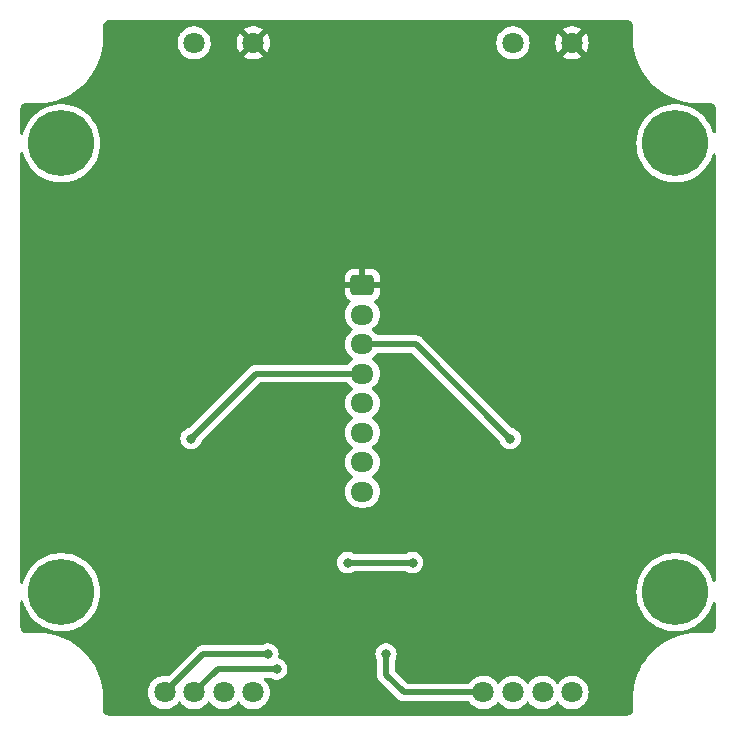
<source format=gbr>
%TF.GenerationSoftware,KiCad,Pcbnew,7.0.2-0*%
%TF.CreationDate,2024-10-30T20:33:57-04:00*%
%TF.ProjectId,2sliders,32736c69-6465-4727-932e-6b696361645f,rev?*%
%TF.SameCoordinates,Original*%
%TF.FileFunction,Copper,L1,Top*%
%TF.FilePolarity,Positive*%
%FSLAX46Y46*%
G04 Gerber Fmt 4.6, Leading zero omitted, Abs format (unit mm)*
G04 Created by KiCad (PCBNEW 7.0.2-0) date 2024-10-30 20:33:57*
%MOMM*%
%LPD*%
G01*
G04 APERTURE LIST*
G04 Aperture macros list*
%AMRoundRect*
0 Rectangle with rounded corners*
0 $1 Rounding radius*
0 $2 $3 $4 $5 $6 $7 $8 $9 X,Y pos of 4 corners*
0 Add a 4 corners polygon primitive as box body*
4,1,4,$2,$3,$4,$5,$6,$7,$8,$9,$2,$3,0*
0 Add four circle primitives for the rounded corners*
1,1,$1+$1,$2,$3*
1,1,$1+$1,$4,$5*
1,1,$1+$1,$6,$7*
1,1,$1+$1,$8,$9*
0 Add four rect primitives between the rounded corners*
20,1,$1+$1,$2,$3,$4,$5,0*
20,1,$1+$1,$4,$5,$6,$7,0*
20,1,$1+$1,$6,$7,$8,$9,0*
20,1,$1+$1,$8,$9,$2,$3,0*%
G04 Aperture macros list end*
%TA.AperFunction,ComponentPad*%
%ADD10C,5.600000*%
%TD*%
%TA.AperFunction,ComponentPad*%
%ADD11C,1.800000*%
%TD*%
%TA.AperFunction,ComponentPad*%
%ADD12RoundRect,0.250000X-0.725000X0.600000X-0.725000X-0.600000X0.725000X-0.600000X0.725000X0.600000X0*%
%TD*%
%TA.AperFunction,ComponentPad*%
%ADD13O,1.950000X1.700000*%
%TD*%
%TA.AperFunction,ViaPad*%
%ADD14C,0.800000*%
%TD*%
%TA.AperFunction,Conductor*%
%ADD15C,0.500000*%
%TD*%
G04 APERTURE END LIST*
D10*
%TO.P,H4,1*%
%TO.N,N/C*%
X56500000Y11500000D03*
%TD*%
%TO.P,H2,1*%
%TO.N,N/C*%
X4500000Y11500000D03*
%TD*%
D11*
%TO.P,R1,1,1*%
%TO.N,AREF*%
X42750000Y3000000D03*
%TO.P,R1,2,2*%
%TO.N,TRIGGER 1*%
X40250000Y3000000D03*
%TO.P,R1,3,3*%
%TO.N,GND*%
X42750000Y58000000D03*
%TO.P,R1,B,B*%
%TO.N,+5V*%
X47750000Y58000000D03*
%TO.P,R1,E,E*%
%TO.N,Net-(U1-OUTR)*%
X47750000Y3000000D03*
%TO.P,R1,L*%
%TO.N,N/C*%
X45250000Y3000000D03*
%TD*%
D10*
%TO.P,H3,1*%
%TO.N,N/C*%
X56500000Y49500000D03*
%TD*%
D11*
%TO.P,R2,1,1*%
%TO.N,AREF*%
X15750000Y3000000D03*
%TO.P,R2,2,2*%
%TO.N,TRIGGER 2*%
X13250000Y3000000D03*
%TO.P,R2,3,3*%
%TO.N,GND*%
X15750000Y58000000D03*
%TO.P,R2,B,B*%
%TO.N,+5V*%
X20750000Y58000000D03*
%TO.P,R2,E,E*%
%TO.N,Net-(U2-OUTR)*%
X20750000Y3000000D03*
%TO.P,R2,L*%
%TO.N,N/C*%
X18250000Y3000000D03*
%TD*%
D10*
%TO.P,H1,1*%
%TO.N,N/C*%
X4500000Y49500000D03*
%TD*%
D12*
%TO.P,J2,1,Pin_1*%
%TO.N,+5V*%
X30000000Y37500000D03*
D13*
%TO.P,J2,2,Pin_2*%
%TO.N,GND*%
X30000000Y35000000D03*
%TO.P,J2,3,Pin_3*%
%TO.N,DIN*%
X30000000Y32500000D03*
%TO.P,J2,4,Pin_4*%
%TO.N,DOUT*%
X30000000Y30000000D03*
%TO.P,J2,5,Pin_5*%
%TO.N,AREF*%
X30000000Y27500000D03*
%TO.P,J2,6,Pin_6*%
%TO.N,TRIGGER 1*%
X30000000Y25000000D03*
%TO.P,J2,7,Pin_7*%
%TO.N,TRIGGER 2*%
X30000000Y22500000D03*
%TO.P,J2,8,Pin_8*%
%TO.N,unconnected-(J2-Pin_8-Pad8)*%
X30000000Y20000000D03*
%TD*%
D14*
%TO.N,+5V*%
X46000000Y24500000D03*
X19000000Y24500000D03*
%TO.N,DIN*%
X42500000Y24500000D03*
%TO.N,DOUT*%
X15500000Y24500000D03*
%TO.N,AREF*%
X22750000Y5000000D03*
%TO.N,TRIGGER 1*%
X32000000Y6250000D03*
%TO.N,TRIGGER 2*%
X22000000Y6250000D03*
%TO.N,Net-(U1-DO)*%
X28750000Y14000000D03*
X34250000Y14000000D03*
%TD*%
D15*
%TO.N,DIN*%
X30000000Y32500000D02*
X34500000Y32500000D01*
X34500000Y32500000D02*
X42500000Y24500000D01*
%TO.N,DOUT*%
X30000000Y30000000D02*
X21000000Y30000000D01*
X21000000Y30000000D02*
X15500000Y24500000D01*
%TO.N,AREF*%
X22750000Y5000000D02*
X17750000Y5000000D01*
X17750000Y5000000D02*
X15750000Y3000000D01*
%TO.N,TRIGGER 1*%
X32000000Y6250000D02*
X32000000Y4500000D01*
X33500000Y3000000D02*
X40250000Y3000000D01*
X32000000Y4500000D02*
X33500000Y3000000D01*
%TO.N,TRIGGER 2*%
X22000000Y6250000D02*
X16500000Y6250000D01*
X16500000Y6250000D02*
X13250000Y3000000D01*
%TO.N,Net-(U1-DO)*%
X34250000Y14000000D02*
X28750000Y14000000D01*
%TD*%
%TA.AperFunction,Conductor*%
%TO.N,+5V*%
G36*
X52488057Y59908439D02*
G01*
X52509076Y59905671D01*
X52574978Y59896995D01*
X52606243Y59888617D01*
X52679667Y59858204D01*
X52707701Y59842019D01*
X52770750Y59793640D01*
X52793640Y59770750D01*
X52842019Y59707701D01*
X52858204Y59679667D01*
X52888617Y59606243D01*
X52896995Y59574978D01*
X52908439Y59488061D01*
X52909500Y59471874D01*
X52909500Y58496408D01*
X52909500Y58480000D01*
X52909500Y58261134D01*
X52909690Y58258715D01*
X52909691Y58258699D01*
X52938941Y57887047D01*
X52943844Y57824753D01*
X52944226Y57822340D01*
X52944227Y57822333D01*
X53011939Y57394811D01*
X53011943Y57394789D01*
X53012320Y57392411D01*
X53012884Y57390060D01*
X53012886Y57390052D01*
X53078484Y57116818D01*
X53114506Y56966774D01*
X53115256Y56964463D01*
X53115258Y56964459D01*
X53249019Y56552785D01*
X53249025Y56552766D01*
X53249773Y56550467D01*
X53250698Y56548232D01*
X53250705Y56548215D01*
X53416350Y56148313D01*
X53416355Y56148301D01*
X53417285Y56146057D01*
X53418385Y56143897D01*
X53418392Y56143883D01*
X53614908Y55758198D01*
X53614917Y55758180D01*
X53616011Y55756035D01*
X53617269Y55753981D01*
X53617282Y55753959D01*
X53843442Y55384900D01*
X53843454Y55384881D01*
X53844725Y55382808D01*
X53846160Y55380831D01*
X53846168Y55380821D01*
X54100584Y55030647D01*
X54100596Y55030631D01*
X54102017Y55028676D01*
X54103586Y55026838D01*
X54103597Y55026825D01*
X54384712Y54697681D01*
X54384726Y54697665D01*
X54386300Y54695823D01*
X54388018Y54694104D01*
X54388031Y54694091D01*
X54694091Y54388031D01*
X54694104Y54388018D01*
X54695823Y54386300D01*
X54697665Y54384726D01*
X54697681Y54384712D01*
X55026825Y54103597D01*
X55026838Y54103586D01*
X55028676Y54102017D01*
X55030631Y54100596D01*
X55030647Y54100584D01*
X55380821Y53846168D01*
X55380831Y53846160D01*
X55382808Y53844725D01*
X55384881Y53843454D01*
X55384900Y53843442D01*
X55753959Y53617282D01*
X55753981Y53617269D01*
X55756035Y53616011D01*
X55758180Y53614917D01*
X55758198Y53614908D01*
X56143883Y53418392D01*
X56143897Y53418385D01*
X56146057Y53417285D01*
X56148301Y53416355D01*
X56148313Y53416350D01*
X56548215Y53250705D01*
X56548232Y53250698D01*
X56550467Y53249773D01*
X56552766Y53249025D01*
X56552785Y53249019D01*
X56964459Y53115258D01*
X56964463Y53115256D01*
X56966774Y53114506D01*
X56969133Y53113939D01*
X56969139Y53113938D01*
X57390052Y53012886D01*
X57390060Y53012884D01*
X57392411Y53012320D01*
X57394789Y53011943D01*
X57394811Y53011939D01*
X57822333Y52944227D01*
X57822340Y52944226D01*
X57824753Y52943844D01*
X57827175Y52943653D01*
X57827187Y52943652D01*
X58258699Y52909691D01*
X58258715Y52909690D01*
X58261134Y52909500D01*
X58469955Y52909500D01*
X59463592Y52909500D01*
X59471874Y52909500D01*
X59488057Y52908439D01*
X59509076Y52905671D01*
X59574978Y52896995D01*
X59606243Y52888617D01*
X59679667Y52858204D01*
X59707701Y52842019D01*
X59770750Y52793640D01*
X59793640Y52770750D01*
X59842019Y52707701D01*
X59858204Y52679667D01*
X59888617Y52606243D01*
X59896995Y52574978D01*
X59908439Y52488061D01*
X59909500Y52471874D01*
X59909500Y50467213D01*
X59889815Y50400174D01*
X59837011Y50354419D01*
X59767853Y50344475D01*
X59704297Y50373500D01*
X59666523Y50432278D01*
X59666020Y50434040D01*
X59632324Y50555403D01*
X59499853Y50887880D01*
X59332211Y51204085D01*
X59131365Y51500311D01*
X58899668Y51773086D01*
X58639837Y52019211D01*
X58354919Y52235800D01*
X58048253Y52420315D01*
X57723435Y52570591D01*
X57384274Y52684868D01*
X57034746Y52761805D01*
X56678948Y52800500D01*
X56321052Y52800500D01*
X55965254Y52761805D01*
X55615726Y52684868D01*
X55276565Y52570591D01*
X54951747Y52420315D01*
X54645081Y52235800D01*
X54360163Y52019211D01*
X54357732Y52016908D01*
X54102769Y51775395D01*
X54102763Y51775389D01*
X54100332Y51773086D01*
X53868635Y51500311D01*
X53667789Y51204085D01*
X53500147Y50887880D01*
X53367676Y50555403D01*
X53366773Y50552152D01*
X53366773Y50552151D01*
X53293980Y50289972D01*
X53271929Y50210552D01*
X53271387Y50207248D01*
X53271384Y50207233D01*
X53214573Y49860697D01*
X53214028Y49857371D01*
X53213846Y49854018D01*
X53213845Y49854007D01*
X53196108Y49526862D01*
X53194652Y49500000D01*
X53194834Y49496643D01*
X53213845Y49145992D01*
X53213846Y49145979D01*
X53214028Y49142629D01*
X53214572Y49139309D01*
X53214573Y49139302D01*
X53271384Y48792766D01*
X53271388Y48792747D01*
X53271929Y48789448D01*
X53272826Y48786214D01*
X53272828Y48786209D01*
X53343190Y48532786D01*
X53367676Y48444597D01*
X53368922Y48441468D01*
X53368924Y48441464D01*
X53498902Y48115243D01*
X53498906Y48115232D01*
X53500147Y48112120D01*
X53501717Y48109157D01*
X53501722Y48109148D01*
X53666212Y47798889D01*
X53667789Y47795915D01*
X53669671Y47793138D01*
X53669679Y47793126D01*
X53866748Y47502471D01*
X53866755Y47502461D01*
X53868635Y47499689D01*
X53870802Y47497137D01*
X53870808Y47497130D01*
X54098158Y47229472D01*
X54098169Y47229459D01*
X54100332Y47226914D01*
X54102754Y47224619D01*
X54102769Y47224604D01*
X54357732Y46983091D01*
X54357739Y46983084D01*
X54360163Y46980789D01*
X54362814Y46978773D01*
X54362822Y46978767D01*
X54642412Y46766228D01*
X54642423Y46766220D01*
X54645081Y46764200D01*
X54647945Y46762476D01*
X54647958Y46762468D01*
X54948864Y46581419D01*
X54948873Y46581414D01*
X54951747Y46579685D01*
X54954792Y46578275D01*
X54954802Y46578271D01*
X55273509Y46430822D01*
X55273522Y46430816D01*
X55276565Y46429409D01*
X55279749Y46428336D01*
X55279752Y46428335D01*
X55612542Y46316204D01*
X55612555Y46316200D01*
X55615726Y46315132D01*
X55618988Y46314413D01*
X55619006Y46314409D01*
X55961966Y46238918D01*
X55961979Y46238915D01*
X55965254Y46238195D01*
X55968598Y46237831D01*
X55968600Y46237831D01*
X56317713Y46199863D01*
X56317715Y46199862D01*
X56321052Y46199500D01*
X56324410Y46199500D01*
X56675590Y46199500D01*
X56678948Y46199500D01*
X57034746Y46238195D01*
X57038023Y46238916D01*
X57038033Y46238918D01*
X57380993Y46314409D01*
X57381006Y46314412D01*
X57384274Y46315132D01*
X57387448Y46316201D01*
X57387457Y46316204D01*
X57720247Y46428335D01*
X57723435Y46429409D01*
X57726483Y46430819D01*
X57726490Y46430822D01*
X58045197Y46578271D01*
X58045199Y46578272D01*
X58048253Y46579685D01*
X58051135Y46581419D01*
X58352041Y46762468D01*
X58352045Y46762471D01*
X58354919Y46764200D01*
X58639837Y46980789D01*
X58701252Y47038964D01*
X58897230Y47224604D01*
X58897235Y47224609D01*
X58899668Y47226914D01*
X59131365Y47499689D01*
X59332211Y47795915D01*
X59499853Y48112120D01*
X59632324Y48444597D01*
X59666020Y48565960D01*
X59702922Y48625289D01*
X59766042Y48655250D01*
X59835340Y48646329D01*
X59888814Y48601359D01*
X59909486Y48534618D01*
X59909500Y48532786D01*
X59909500Y12467213D01*
X59889815Y12400174D01*
X59837011Y12354419D01*
X59767853Y12344475D01*
X59704297Y12373500D01*
X59666523Y12432278D01*
X59666020Y12434040D01*
X59632324Y12555403D01*
X59499853Y12887880D01*
X59332211Y13204085D01*
X59131365Y13500311D01*
X58899668Y13773086D01*
X58639837Y14019211D01*
X58354919Y14235800D01*
X58048253Y14420315D01*
X57723435Y14570591D01*
X57384274Y14684868D01*
X57034746Y14761805D01*
X56678948Y14800500D01*
X56321052Y14800500D01*
X55965254Y14761805D01*
X55615726Y14684868D01*
X55276565Y14570591D01*
X54951747Y14420315D01*
X54645081Y14235800D01*
X54360163Y14019211D01*
X54357732Y14016908D01*
X54102769Y13775395D01*
X54102763Y13775389D01*
X54100332Y13773086D01*
X53868635Y13500311D01*
X53866748Y13497528D01*
X53675765Y13215848D01*
X53667789Y13204085D01*
X53500147Y12887880D01*
X53367676Y12555403D01*
X53366773Y12552152D01*
X53366773Y12552151D01*
X53293980Y12289972D01*
X53271929Y12210552D01*
X53271387Y12207248D01*
X53271384Y12207233D01*
X53214573Y11860697D01*
X53214028Y11857371D01*
X53213846Y11854018D01*
X53213845Y11854007D01*
X53196108Y11526862D01*
X53194652Y11500000D01*
X53194834Y11496643D01*
X53213845Y11145992D01*
X53213846Y11145979D01*
X53214028Y11142629D01*
X53214572Y11139309D01*
X53214573Y11139302D01*
X53271384Y10792766D01*
X53271388Y10792747D01*
X53271929Y10789448D01*
X53272826Y10786214D01*
X53272828Y10786209D01*
X53343190Y10532786D01*
X53367676Y10444597D01*
X53368922Y10441468D01*
X53368924Y10441464D01*
X53498902Y10115243D01*
X53498906Y10115232D01*
X53500147Y10112120D01*
X53501717Y10109157D01*
X53501722Y10109148D01*
X53666212Y9798889D01*
X53667789Y9795915D01*
X53669671Y9793138D01*
X53669679Y9793126D01*
X53866748Y9502471D01*
X53866755Y9502461D01*
X53868635Y9499689D01*
X53870802Y9497137D01*
X53870808Y9497130D01*
X54098158Y9229472D01*
X54098169Y9229459D01*
X54100332Y9226914D01*
X54102754Y9224619D01*
X54102769Y9224604D01*
X54357732Y8983091D01*
X54357739Y8983084D01*
X54360163Y8980789D01*
X54362814Y8978773D01*
X54362822Y8978767D01*
X54642412Y8766228D01*
X54642423Y8766220D01*
X54645081Y8764200D01*
X54647945Y8762476D01*
X54647958Y8762468D01*
X54948864Y8581419D01*
X54948873Y8581414D01*
X54951747Y8579685D01*
X54954792Y8578275D01*
X54954802Y8578271D01*
X55273509Y8430822D01*
X55273522Y8430816D01*
X55276565Y8429409D01*
X55279749Y8428336D01*
X55279752Y8428335D01*
X55612542Y8316204D01*
X55612555Y8316200D01*
X55615726Y8315132D01*
X55618988Y8314413D01*
X55619006Y8314409D01*
X55961966Y8238918D01*
X55961979Y8238915D01*
X55965254Y8238195D01*
X55968598Y8237831D01*
X55968600Y8237831D01*
X56317713Y8199863D01*
X56317715Y8199862D01*
X56321052Y8199500D01*
X56324410Y8199500D01*
X56675590Y8199500D01*
X56678948Y8199500D01*
X57034746Y8238195D01*
X57038023Y8238916D01*
X57038033Y8238918D01*
X57380993Y8314409D01*
X57381006Y8314412D01*
X57384274Y8315132D01*
X57387448Y8316201D01*
X57387457Y8316204D01*
X57635005Y8399613D01*
X57723435Y8429409D01*
X57726483Y8430819D01*
X57726490Y8430822D01*
X58045197Y8578271D01*
X58045199Y8578272D01*
X58048253Y8579685D01*
X58051135Y8581419D01*
X58352041Y8762468D01*
X58352045Y8762471D01*
X58354919Y8764200D01*
X58639837Y8980789D01*
X58701252Y9038964D01*
X58897230Y9224604D01*
X58897235Y9224609D01*
X58899668Y9226914D01*
X59131365Y9499689D01*
X59332211Y9795915D01*
X59499853Y10112120D01*
X59632324Y10444597D01*
X59666020Y10565960D01*
X59702922Y10625289D01*
X59766042Y10655250D01*
X59835340Y10646329D01*
X59888814Y10601359D01*
X59909486Y10534618D01*
X59909500Y10532786D01*
X59909500Y8488125D01*
X59908439Y8471938D01*
X59896995Y8385021D01*
X59888617Y8353756D01*
X59858204Y8280332D01*
X59842019Y8252298D01*
X59793640Y8189249D01*
X59770752Y8166361D01*
X59728989Y8134314D01*
X59707701Y8117980D01*
X59679667Y8101795D01*
X59606243Y8071382D01*
X59574976Y8063004D01*
X59488059Y8051561D01*
X59471874Y8050500D01*
X58496408Y8050500D01*
X58480000Y8050500D01*
X58261134Y8050500D01*
X57824753Y8016156D01*
X57392411Y7947680D01*
X56966774Y7845494D01*
X56550467Y7710227D01*
X56146057Y7542715D01*
X55756035Y7343989D01*
X55753962Y7342718D01*
X55753959Y7342717D01*
X55613202Y7256461D01*
X55382808Y7115275D01*
X55028676Y6857983D01*
X54695823Y6573700D01*
X54386300Y6264177D01*
X54384715Y6262321D01*
X54384712Y6262318D01*
X54221579Y6071313D01*
X54102017Y5931324D01*
X54100587Y5929356D01*
X54100584Y5929352D01*
X53990386Y5777677D01*
X53844725Y5577192D01*
X53843446Y5575106D01*
X53843442Y5575099D01*
X53617282Y5206040D01*
X53617276Y5206029D01*
X53616011Y5203965D01*
X53614912Y5201808D01*
X53614908Y5201801D01*
X53467956Y4913391D01*
X53417285Y4813943D01*
X53416351Y4811688D01*
X53416350Y4811686D01*
X53267660Y4452715D01*
X53249773Y4409533D01*
X53249023Y4407225D01*
X53249019Y4407214D01*
X53174222Y4177011D01*
X53114506Y3993226D01*
X53113938Y3990860D01*
X53067838Y3798837D01*
X53012320Y3567589D01*
X53011942Y3565205D01*
X53011939Y3565188D01*
X52959058Y3231305D01*
X52943844Y3135247D01*
X52943653Y3132821D01*
X52943652Y3132812D01*
X52909691Y2701300D01*
X52909690Y2701285D01*
X52909500Y2698866D01*
X52909500Y2696420D01*
X52909500Y1488125D01*
X52908439Y1471938D01*
X52896995Y1385021D01*
X52888617Y1353756D01*
X52858204Y1280332D01*
X52842019Y1252298D01*
X52793640Y1189249D01*
X52770752Y1166361D01*
X52728989Y1134314D01*
X52707701Y1117980D01*
X52679667Y1101795D01*
X52606243Y1071382D01*
X52574976Y1063004D01*
X52488059Y1051561D01*
X52471874Y1050500D01*
X8488126Y1050500D01*
X8471941Y1051561D01*
X8385023Y1063004D01*
X8353756Y1071382D01*
X8280332Y1101795D01*
X8252300Y1117978D01*
X8189243Y1166364D01*
X8166364Y1189243D01*
X8117978Y1252300D01*
X8101795Y1280332D01*
X8071382Y1353756D01*
X8063004Y1385023D01*
X8051561Y1471940D01*
X8050500Y1488125D01*
X8050500Y2696420D01*
X8050500Y2698866D01*
X8026800Y3000000D01*
X11844699Y3000000D01*
X11863865Y2768700D01*
X11863865Y2768696D01*
X11863866Y2768695D01*
X11918201Y2554132D01*
X11920844Y2543696D01*
X12014076Y2331150D01*
X12141020Y2136848D01*
X12298215Y1966087D01*
X12481372Y1823531D01*
X12685501Y1713062D01*
X12905015Y1637702D01*
X13088164Y1607140D01*
X13133951Y1599500D01*
X13133952Y1599500D01*
X13366048Y1599500D01*
X13366049Y1599500D01*
X13423282Y1609050D01*
X13594984Y1637702D01*
X13814498Y1713062D01*
X13814499Y1713062D01*
X13814503Y1713064D01*
X14018626Y1823530D01*
X14201784Y1966087D01*
X14358979Y2136847D01*
X14396192Y2193805D01*
X14449338Y2239161D01*
X14518569Y2248585D01*
X14581905Y2219083D01*
X14603807Y2193807D01*
X14641021Y2136847D01*
X14641022Y2136846D01*
X14798215Y1966087D01*
X14981372Y1823531D01*
X15185501Y1713062D01*
X15405015Y1637702D01*
X15588164Y1607140D01*
X15633951Y1599500D01*
X15633952Y1599500D01*
X15866048Y1599500D01*
X15866049Y1599500D01*
X15923282Y1609050D01*
X16094984Y1637702D01*
X16314498Y1713062D01*
X16314499Y1713062D01*
X16314503Y1713064D01*
X16518626Y1823530D01*
X16701784Y1966087D01*
X16858979Y2136847D01*
X16896192Y2193805D01*
X16949338Y2239161D01*
X17018569Y2248585D01*
X17081905Y2219083D01*
X17103807Y2193807D01*
X17141021Y2136847D01*
X17141022Y2136846D01*
X17298215Y1966087D01*
X17481372Y1823531D01*
X17685501Y1713062D01*
X17905015Y1637702D01*
X18088164Y1607140D01*
X18133951Y1599500D01*
X18133952Y1599500D01*
X18366048Y1599500D01*
X18366049Y1599500D01*
X18423282Y1609050D01*
X18594984Y1637702D01*
X18814498Y1713062D01*
X18814499Y1713062D01*
X18814503Y1713064D01*
X19018626Y1823530D01*
X19201784Y1966087D01*
X19358979Y2136847D01*
X19396192Y2193805D01*
X19449338Y2239161D01*
X19518569Y2248585D01*
X19581905Y2219083D01*
X19603807Y2193807D01*
X19641021Y2136847D01*
X19641022Y2136846D01*
X19798215Y1966087D01*
X19981372Y1823531D01*
X20185501Y1713062D01*
X20405015Y1637702D01*
X20588164Y1607140D01*
X20633951Y1599500D01*
X20633952Y1599500D01*
X20866048Y1599500D01*
X20866049Y1599500D01*
X20923282Y1609050D01*
X21094984Y1637702D01*
X21314498Y1713062D01*
X21314499Y1713062D01*
X21314503Y1713064D01*
X21518626Y1823530D01*
X21701784Y1966087D01*
X21858979Y2136847D01*
X21985924Y2331151D01*
X22079157Y2543700D01*
X22136134Y2768695D01*
X22141748Y2836456D01*
X22155301Y3000000D01*
X22136134Y3231299D01*
X22136134Y3231305D01*
X22079157Y3456300D01*
X21985924Y3668849D01*
X21858979Y3863153D01*
X21701784Y4033913D01*
X21701782Y4033914D01*
X21694825Y4041472D01*
X21697884Y4044288D01*
X21669085Y4084177D01*
X21665303Y4153944D01*
X21699841Y4214681D01*
X21761733Y4247103D01*
X21785997Y4249500D01*
X22210663Y4249500D01*
X22277702Y4229815D01*
X22283550Y4225817D01*
X22297271Y4215847D01*
X22470197Y4138855D01*
X22655352Y4099500D01*
X22655354Y4099500D01*
X22844648Y4099500D01*
X23029802Y4138855D01*
X23202730Y4215848D01*
X23355870Y4327110D01*
X23482533Y4467783D01*
X23577179Y4631715D01*
X23635673Y4811742D01*
X23635674Y4811744D01*
X23655460Y5000000D01*
X23635674Y5188256D01*
X23577179Y5368284D01*
X23482533Y5532216D01*
X23355871Y5672888D01*
X23202730Y5784151D01*
X23202729Y5784151D01*
X23029806Y5861143D01*
X23029804Y5861143D01*
X23029803Y5861144D01*
X22968722Y5874127D01*
X22907242Y5907319D01*
X22873465Y5968481D01*
X22876573Y6033735D01*
X22885673Y6061742D01*
X22885674Y6061744D01*
X22905460Y6250000D01*
X31094540Y6250000D01*
X31114326Y6061742D01*
X31172820Y5881715D01*
X31232887Y5777677D01*
X31249500Y5715677D01*
X31249500Y4563705D01*
X31248191Y4545735D01*
X31244711Y4521975D01*
X31249028Y4472629D01*
X31249500Y4461823D01*
X31249500Y4456291D01*
X31249916Y4452730D01*
X31249917Y4452715D01*
X31253098Y4425501D01*
X31253464Y4421916D01*
X31260109Y4345961D01*
X31264330Y4326921D01*
X31290421Y4255232D01*
X31291603Y4251831D01*
X31315579Y4179479D01*
X31324077Y4161925D01*
X31365970Y4098228D01*
X31367905Y4095190D01*
X31407943Y4030281D01*
X31420257Y4015164D01*
X31475709Y3962847D01*
X31478295Y3960335D01*
X32924269Y2514362D01*
X32936049Y2500732D01*
X32950389Y2481470D01*
X32988337Y2449627D01*
X32996287Y2442344D01*
X32997670Y2440961D01*
X32997685Y2440947D01*
X33000223Y2438410D01*
X33003037Y2436184D01*
X33003046Y2436177D01*
X33024536Y2419184D01*
X33027326Y2416911D01*
X33085744Y2367894D01*
X33102185Y2357419D01*
X33171310Y2325184D01*
X33174551Y2323615D01*
X33242689Y2289396D01*
X33261095Y2282998D01*
X33335754Y2267582D01*
X33339273Y2266802D01*
X33413504Y2249209D01*
X33432876Y2247230D01*
X33509111Y2249448D01*
X33512716Y2249500D01*
X39000315Y2249500D01*
X39067354Y2229815D01*
X39104123Y2193322D01*
X39141018Y2136850D01*
X39298215Y1966087D01*
X39481372Y1823531D01*
X39685501Y1713062D01*
X39905015Y1637702D01*
X40088164Y1607140D01*
X40133951Y1599500D01*
X40133952Y1599500D01*
X40366048Y1599500D01*
X40366049Y1599500D01*
X40423281Y1609050D01*
X40594984Y1637702D01*
X40814498Y1713062D01*
X40814499Y1713062D01*
X40814503Y1713064D01*
X41018626Y1823530D01*
X41201784Y1966087D01*
X41358979Y2136847D01*
X41396192Y2193805D01*
X41449338Y2239161D01*
X41518569Y2248585D01*
X41581905Y2219083D01*
X41603807Y2193807D01*
X41641021Y2136847D01*
X41641022Y2136846D01*
X41798215Y1966087D01*
X41981372Y1823531D01*
X42185501Y1713062D01*
X42405015Y1637702D01*
X42588164Y1607140D01*
X42633951Y1599500D01*
X42633952Y1599500D01*
X42866048Y1599500D01*
X42866049Y1599500D01*
X42923281Y1609050D01*
X43094984Y1637702D01*
X43314498Y1713062D01*
X43314499Y1713062D01*
X43314503Y1713064D01*
X43518626Y1823530D01*
X43701784Y1966087D01*
X43858979Y2136847D01*
X43896192Y2193805D01*
X43949338Y2239161D01*
X44018569Y2248585D01*
X44081905Y2219083D01*
X44103807Y2193807D01*
X44141021Y2136847D01*
X44141022Y2136846D01*
X44298215Y1966087D01*
X44481372Y1823531D01*
X44685501Y1713062D01*
X44905015Y1637702D01*
X45088164Y1607140D01*
X45133951Y1599500D01*
X45133952Y1599500D01*
X45366048Y1599500D01*
X45366049Y1599500D01*
X45423281Y1609050D01*
X45594984Y1637702D01*
X45814498Y1713062D01*
X45814499Y1713062D01*
X45814503Y1713064D01*
X46018626Y1823530D01*
X46201784Y1966087D01*
X46358979Y2136847D01*
X46396192Y2193805D01*
X46449338Y2239161D01*
X46518569Y2248585D01*
X46581905Y2219083D01*
X46603807Y2193807D01*
X46641021Y2136847D01*
X46641022Y2136846D01*
X46798215Y1966087D01*
X46981372Y1823531D01*
X47185501Y1713062D01*
X47405015Y1637702D01*
X47588164Y1607140D01*
X47633951Y1599500D01*
X47633952Y1599500D01*
X47866048Y1599500D01*
X47866049Y1599500D01*
X47923281Y1609050D01*
X48094984Y1637702D01*
X48314498Y1713062D01*
X48314499Y1713062D01*
X48314503Y1713064D01*
X48518626Y1823530D01*
X48701784Y1966087D01*
X48858979Y2136847D01*
X48985924Y2331151D01*
X49079157Y2543700D01*
X49136134Y2768695D01*
X49155300Y3000000D01*
X49136134Y3231305D01*
X49079157Y3456300D01*
X48985924Y3668849D01*
X48858979Y3863153D01*
X48701784Y4033913D01*
X48518626Y4176470D01*
X48314503Y4286936D01*
X48094981Y4362298D01*
X47866049Y4400500D01*
X47633951Y4400500D01*
X47405019Y4362298D01*
X47405017Y4362297D01*
X47405015Y4362297D01*
X47330492Y4336713D01*
X47185497Y4286936D01*
X46981374Y4176470D01*
X46807928Y4041472D01*
X46798215Y4033912D01*
X46790711Y4025760D01*
X46641021Y3863153D01*
X46604125Y3806678D01*
X46603809Y3806195D01*
X46550663Y3760838D01*
X46481432Y3751414D01*
X46418096Y3780916D01*
X46396191Y3806195D01*
X46358979Y3863153D01*
X46201784Y4033913D01*
X46018626Y4176470D01*
X45814503Y4286936D01*
X45594981Y4362298D01*
X45366049Y4400500D01*
X45133951Y4400500D01*
X44905019Y4362298D01*
X44905017Y4362297D01*
X44905015Y4362297D01*
X44830492Y4336713D01*
X44685497Y4286936D01*
X44481374Y4176470D01*
X44307928Y4041472D01*
X44298215Y4033912D01*
X44290711Y4025760D01*
X44141021Y3863153D01*
X44104125Y3806678D01*
X44103809Y3806195D01*
X44050663Y3760838D01*
X43981432Y3751414D01*
X43918096Y3780916D01*
X43896191Y3806195D01*
X43858979Y3863153D01*
X43701784Y4033913D01*
X43518626Y4176470D01*
X43314503Y4286936D01*
X43094981Y4362298D01*
X42866049Y4400500D01*
X42633951Y4400500D01*
X42405019Y4362298D01*
X42405017Y4362297D01*
X42405015Y4362297D01*
X42330492Y4336713D01*
X42185497Y4286936D01*
X41981374Y4176470D01*
X41807928Y4041472D01*
X41798215Y4033912D01*
X41790711Y4025760D01*
X41641021Y3863153D01*
X41604125Y3806678D01*
X41603809Y3806195D01*
X41550663Y3760838D01*
X41481432Y3751414D01*
X41418096Y3780916D01*
X41396191Y3806195D01*
X41358979Y3863153D01*
X41201784Y4033913D01*
X41018626Y4176470D01*
X40814503Y4286936D01*
X40594981Y4362298D01*
X40366049Y4400500D01*
X40133951Y4400500D01*
X39905019Y4362298D01*
X39905017Y4362297D01*
X39905015Y4362297D01*
X39830492Y4336713D01*
X39685497Y4286936D01*
X39481374Y4176470D01*
X39307928Y4041472D01*
X39298215Y4033912D01*
X39290711Y4025760D01*
X39141021Y3863153D01*
X39141020Y3863151D01*
X39141018Y3863149D01*
X39104123Y3806678D01*
X39050976Y3761321D01*
X39000315Y3750500D01*
X33862230Y3750500D01*
X33795191Y3770185D01*
X33774549Y3786819D01*
X32786819Y4774548D01*
X32753334Y4835871D01*
X32750500Y4862229D01*
X32750500Y5287819D01*
X32750500Y5715680D01*
X32767111Y5777675D01*
X32805026Y5843346D01*
X32827179Y5881715D01*
X32885673Y6061742D01*
X32885674Y6061744D01*
X32905460Y6250000D01*
X32885674Y6438256D01*
X32827179Y6618284D01*
X32732533Y6782216D01*
X32605871Y6922888D01*
X32601685Y6925929D01*
X32452730Y7034151D01*
X32393707Y7060430D01*
X32279803Y7111144D01*
X32218083Y7124262D01*
X32094648Y7150500D01*
X32094646Y7150500D01*
X31905354Y7150500D01*
X31905352Y7150500D01*
X31720197Y7111144D01*
X31547269Y7034151D01*
X31394129Y6922889D01*
X31267466Y6782216D01*
X31172820Y6618284D01*
X31114326Y6438257D01*
X31094540Y6250000D01*
X22905460Y6250000D01*
X22885674Y6438256D01*
X22827179Y6618284D01*
X22732533Y6782216D01*
X22605871Y6922888D01*
X22601685Y6925929D01*
X22452730Y7034151D01*
X22393707Y7060430D01*
X22279803Y7111144D01*
X22218083Y7124262D01*
X22094648Y7150500D01*
X22094646Y7150500D01*
X21905354Y7150500D01*
X21905352Y7150500D01*
X21720197Y7111144D01*
X21547271Y7034152D01*
X21533550Y7024183D01*
X21467744Y7000702D01*
X21460663Y7000500D01*
X16563706Y7000500D01*
X16545736Y7001809D01*
X16542118Y7002338D01*
X16521977Y7005289D01*
X16473691Y7001064D01*
X16472631Y7000972D01*
X16461824Y7000500D01*
X16456291Y7000500D01*
X16429151Y6997327D01*
X16425520Y6996903D01*
X16421929Y6996536D01*
X16347203Y6989999D01*
X16347201Y6989998D01*
X16345949Y6989889D01*
X16326930Y6985672D01*
X16325746Y6985241D01*
X16325745Y6985241D01*
X16273792Y6966332D01*
X16255274Y6959592D01*
X16251868Y6958408D01*
X16179468Y6934417D01*
X16161936Y6925929D01*
X16160884Y6925237D01*
X16160883Y6925237D01*
X16098184Y6883999D01*
X16095181Y6882087D01*
X16030270Y6842050D01*
X16015172Y6829750D01*
X15962848Y6774290D01*
X15960335Y6771703D01*
X13602362Y4413730D01*
X13541039Y4380245D01*
X13494276Y4379102D01*
X13366049Y4400500D01*
X13133951Y4400500D01*
X12905019Y4362298D01*
X12905017Y4362297D01*
X12905015Y4362297D01*
X12830492Y4336713D01*
X12685497Y4286936D01*
X12481374Y4176470D01*
X12307928Y4041472D01*
X12298215Y4033912D01*
X12290711Y4025760D01*
X12141021Y3863153D01*
X12014076Y3668849D01*
X11921013Y3456687D01*
X11920843Y3456300D01*
X11863866Y3231305D01*
X11863865Y3231301D01*
X11863865Y3231299D01*
X11844699Y3000000D01*
X8026800Y3000000D01*
X8016156Y3135247D01*
X7947680Y3567589D01*
X7845494Y3993226D01*
X7710227Y4409533D01*
X7542715Y4813943D01*
X7343989Y5203965D01*
X7115275Y5577192D01*
X6857983Y5931324D01*
X6573700Y6264177D01*
X6264177Y6573700D01*
X5931324Y6857983D01*
X5577192Y7115275D01*
X5203965Y7343989D01*
X4813943Y7542715D01*
X4409533Y7710227D01*
X3993226Y7845494D01*
X3567589Y7947680D01*
X3135247Y8016156D01*
X2698866Y8050500D01*
X2696421Y8050500D01*
X1488126Y8050500D01*
X1471941Y8051561D01*
X1385023Y8063004D01*
X1353756Y8071382D01*
X1280332Y8101795D01*
X1252300Y8117978D01*
X1189243Y8166364D01*
X1166364Y8189243D01*
X1117978Y8252300D01*
X1101795Y8280332D01*
X1071382Y8353756D01*
X1063004Y8385023D01*
X1051561Y8471940D01*
X1050500Y8488125D01*
X1050500Y10676854D01*
X1070185Y10743893D01*
X1122989Y10789648D01*
X1192147Y10799592D01*
X1255703Y10770567D01*
X1293477Y10711789D01*
X1293980Y10710027D01*
X1343190Y10532786D01*
X1367676Y10444597D01*
X1368922Y10441468D01*
X1368924Y10441464D01*
X1498902Y10115243D01*
X1498906Y10115232D01*
X1500147Y10112120D01*
X1501717Y10109157D01*
X1501722Y10109148D01*
X1666212Y9798889D01*
X1667789Y9795915D01*
X1669671Y9793138D01*
X1669679Y9793126D01*
X1866748Y9502471D01*
X1866755Y9502461D01*
X1868635Y9499689D01*
X1870802Y9497137D01*
X1870808Y9497130D01*
X2098158Y9229472D01*
X2098169Y9229459D01*
X2100332Y9226914D01*
X2102754Y9224619D01*
X2102769Y9224604D01*
X2357732Y8983091D01*
X2357739Y8983084D01*
X2360163Y8980789D01*
X2362814Y8978773D01*
X2362822Y8978767D01*
X2642412Y8766228D01*
X2642423Y8766220D01*
X2645081Y8764200D01*
X2647945Y8762476D01*
X2647958Y8762468D01*
X2948864Y8581419D01*
X2948873Y8581414D01*
X2951747Y8579685D01*
X2954792Y8578275D01*
X2954802Y8578271D01*
X3273509Y8430822D01*
X3273522Y8430816D01*
X3276565Y8429409D01*
X3279749Y8428336D01*
X3279752Y8428335D01*
X3612542Y8316204D01*
X3612555Y8316200D01*
X3615726Y8315132D01*
X3618988Y8314413D01*
X3619006Y8314409D01*
X3961966Y8238918D01*
X3961979Y8238915D01*
X3965254Y8238195D01*
X3968598Y8237831D01*
X3968600Y8237831D01*
X4317713Y8199863D01*
X4317715Y8199862D01*
X4321052Y8199500D01*
X4324410Y8199500D01*
X4675590Y8199500D01*
X4678948Y8199500D01*
X5034746Y8238195D01*
X5038023Y8238916D01*
X5038033Y8238918D01*
X5380993Y8314409D01*
X5381006Y8314412D01*
X5384274Y8315132D01*
X5387448Y8316201D01*
X5387457Y8316204D01*
X5635005Y8399613D01*
X5723435Y8429409D01*
X5726483Y8430819D01*
X5726490Y8430822D01*
X6045197Y8578271D01*
X6045199Y8578272D01*
X6048253Y8579685D01*
X6051135Y8581419D01*
X6352041Y8762468D01*
X6352045Y8762471D01*
X6354919Y8764200D01*
X6639837Y8980789D01*
X6701252Y9038964D01*
X6897230Y9224604D01*
X6897235Y9224609D01*
X6899668Y9226914D01*
X7131365Y9499689D01*
X7332211Y9795915D01*
X7499853Y10112120D01*
X7632324Y10444597D01*
X7728071Y10789448D01*
X7785972Y11142629D01*
X7805348Y11500000D01*
X7785972Y11857371D01*
X7728071Y12210552D01*
X7632324Y12555403D01*
X7499853Y12887880D01*
X7332211Y13204085D01*
X7131365Y13500311D01*
X6899668Y13773086D01*
X6660118Y14000000D01*
X27844540Y14000000D01*
X27864326Y13811742D01*
X27922820Y13631715D01*
X28017466Y13467783D01*
X28144129Y13327110D01*
X28297269Y13215848D01*
X28470197Y13138855D01*
X28655352Y13099500D01*
X28655354Y13099500D01*
X28844648Y13099500D01*
X29029802Y13138855D01*
X29202728Y13215847D01*
X29216450Y13225817D01*
X29282256Y13249298D01*
X29289337Y13249500D01*
X33710663Y13249500D01*
X33777702Y13229815D01*
X33783550Y13225817D01*
X33797271Y13215847D01*
X33970197Y13138855D01*
X34155352Y13099500D01*
X34155354Y13099500D01*
X34344648Y13099500D01*
X34529802Y13138855D01*
X34702730Y13215848D01*
X34855870Y13327110D01*
X34982533Y13467783D01*
X35077179Y13631715D01*
X35135673Y13811742D01*
X35135674Y13811744D01*
X35155460Y14000000D01*
X35135674Y14188256D01*
X35077179Y14368284D01*
X34982533Y14532216D01*
X34855871Y14672888D01*
X34702730Y14784151D01*
X34529803Y14861144D01*
X34468083Y14874262D01*
X34344648Y14900500D01*
X34344646Y14900500D01*
X34155354Y14900500D01*
X34155352Y14900500D01*
X33970197Y14861144D01*
X33797271Y14784152D01*
X33783550Y14774183D01*
X33717744Y14750702D01*
X33710663Y14750500D01*
X29289337Y14750500D01*
X29222298Y14770185D01*
X29216450Y14774183D01*
X29214316Y14775733D01*
X29202730Y14784151D01*
X29029803Y14861144D01*
X28968083Y14874262D01*
X28844648Y14900500D01*
X28844646Y14900500D01*
X28655354Y14900500D01*
X28655352Y14900500D01*
X28470197Y14861144D01*
X28297269Y14784151D01*
X28144129Y14672889D01*
X28017466Y14532216D01*
X27922820Y14368284D01*
X27864326Y14188257D01*
X27844540Y14000000D01*
X6660118Y14000000D01*
X6639837Y14019211D01*
X6354919Y14235800D01*
X6048253Y14420315D01*
X5723435Y14570591D01*
X5384274Y14684868D01*
X5034746Y14761805D01*
X4678948Y14800500D01*
X4321052Y14800500D01*
X3965254Y14761805D01*
X3615726Y14684868D01*
X3276565Y14570591D01*
X2951747Y14420315D01*
X2645081Y14235800D01*
X2360163Y14019211D01*
X2357732Y14016908D01*
X2102769Y13775395D01*
X2102763Y13775389D01*
X2100332Y13773086D01*
X1868635Y13500311D01*
X1866748Y13497528D01*
X1675765Y13215848D01*
X1667789Y13204085D01*
X1500147Y12887880D01*
X1367676Y12555403D01*
X1366775Y12552158D01*
X1366773Y12552152D01*
X1293980Y12289972D01*
X1257078Y12230642D01*
X1193958Y12200681D01*
X1124661Y12209602D01*
X1071186Y12254572D01*
X1050514Y12321313D01*
X1050500Y12323145D01*
X1050500Y24500000D01*
X14594540Y24500000D01*
X14614326Y24311742D01*
X14672820Y24131715D01*
X14767466Y23967783D01*
X14894129Y23827110D01*
X15047269Y23715848D01*
X15220197Y23638855D01*
X15405352Y23599500D01*
X15405354Y23599500D01*
X15594648Y23599500D01*
X15779802Y23638855D01*
X15952730Y23715848D01*
X16105870Y23827110D01*
X16232533Y23967783D01*
X16327179Y24131715D01*
X16382521Y24302040D01*
X16412771Y24351403D01*
X21274548Y29213181D01*
X21335871Y29246666D01*
X21362229Y29249500D01*
X28687299Y29249500D01*
X28754338Y29229815D01*
X28788874Y29196623D01*
X28836505Y29128598D01*
X29003597Y28961505D01*
X29160596Y28851575D01*
X29204221Y28796998D01*
X29211415Y28727500D01*
X29179892Y28665145D01*
X29160596Y28648425D01*
X29003599Y28538495D01*
X28836505Y28371401D01*
X28700965Y28177830D01*
X28700965Y28177829D01*
X28700964Y28177827D01*
X28601097Y27963662D01*
X28539936Y27735407D01*
X28519340Y27500000D01*
X28539936Y27264592D01*
X28601097Y27036336D01*
X28700965Y26822170D01*
X28836505Y26628598D01*
X29003598Y26461505D01*
X29160596Y26351575D01*
X29204221Y26296998D01*
X29211415Y26227500D01*
X29179892Y26165145D01*
X29160596Y26148425D01*
X29003599Y26038495D01*
X28836505Y25871401D01*
X28700965Y25677830D01*
X28700965Y25677829D01*
X28700964Y25677827D01*
X28601097Y25463662D01*
X28539936Y25235407D01*
X28519341Y25000000D01*
X28539936Y24764592D01*
X28601097Y24536336D01*
X28700965Y24322170D01*
X28836505Y24128598D01*
X29003598Y23961505D01*
X29160596Y23851575D01*
X29204221Y23796998D01*
X29211415Y23727500D01*
X29179892Y23665145D01*
X29160596Y23648425D01*
X29003599Y23538495D01*
X28836505Y23371401D01*
X28700965Y23177830D01*
X28700965Y23177829D01*
X28700964Y23177827D01*
X28601097Y22963662D01*
X28539936Y22735407D01*
X28519340Y22500000D01*
X28539936Y22264592D01*
X28601097Y22036336D01*
X28700965Y21822170D01*
X28836505Y21628598D01*
X29003598Y21461505D01*
X29160596Y21351575D01*
X29204221Y21296998D01*
X29211415Y21227500D01*
X29179892Y21165145D01*
X29160596Y21148425D01*
X29003599Y21038495D01*
X28836505Y20871401D01*
X28700965Y20677830D01*
X28700965Y20677829D01*
X28700964Y20677827D01*
X28601097Y20463662D01*
X28539936Y20235407D01*
X28519340Y20000000D01*
X28539936Y19764592D01*
X28601097Y19536336D01*
X28700965Y19322170D01*
X28836505Y19128598D01*
X29003598Y18961505D01*
X29197170Y18825965D01*
X29411336Y18726097D01*
X29639592Y18664936D01*
X29813332Y18649736D01*
X29813341Y18649735D01*
X29816034Y18649500D01*
X29818742Y18649500D01*
X30181258Y18649500D01*
X30183966Y18649500D01*
X30186659Y18649735D01*
X30186667Y18649736D01*
X30360407Y18664936D01*
X30588663Y18726097D01*
X30802829Y18825965D01*
X30996401Y18961505D01*
X31163491Y19128595D01*
X31163495Y19128599D01*
X31299035Y19322170D01*
X31398903Y19536337D01*
X31460063Y19764592D01*
X31480659Y20000000D01*
X31460063Y20235408D01*
X31398903Y20463663D01*
X31299035Y20677829D01*
X31163495Y20871401D01*
X30996401Y21038495D01*
X30839401Y21148426D01*
X30795778Y21203002D01*
X30788584Y21272500D01*
X30820107Y21334855D01*
X30839398Y21351571D01*
X30996401Y21461505D01*
X31163495Y21628599D01*
X31299035Y21822170D01*
X31398903Y22036337D01*
X31460063Y22264592D01*
X31480659Y22500000D01*
X31460063Y22735408D01*
X31398903Y22963663D01*
X31299035Y23177829D01*
X31163495Y23371401D01*
X30996401Y23538495D01*
X30839401Y23648426D01*
X30795778Y23703002D01*
X30788584Y23772500D01*
X30820107Y23834855D01*
X30839398Y23851571D01*
X30996401Y23961505D01*
X31163495Y24128599D01*
X31299035Y24322170D01*
X31398903Y24536337D01*
X31460063Y24764592D01*
X31480659Y25000000D01*
X31460063Y25235408D01*
X31398903Y25463663D01*
X31299035Y25677829D01*
X31163495Y25871401D01*
X30996401Y26038495D01*
X30839401Y26148426D01*
X30795778Y26203002D01*
X30788584Y26272500D01*
X30820107Y26334855D01*
X30839398Y26351571D01*
X30996401Y26461505D01*
X31163495Y26628599D01*
X31299035Y26822170D01*
X31398903Y27036337D01*
X31460063Y27264592D01*
X31480659Y27500000D01*
X31460063Y27735408D01*
X31398903Y27963663D01*
X31299035Y28177829D01*
X31163495Y28371401D01*
X30996401Y28538495D01*
X30839401Y28648426D01*
X30795778Y28703002D01*
X30788584Y28772500D01*
X30820107Y28834855D01*
X30839398Y28851571D01*
X30996401Y28961505D01*
X31163495Y29128599D01*
X31299035Y29322170D01*
X31398903Y29536337D01*
X31460063Y29764592D01*
X31480659Y30000000D01*
X31460063Y30235408D01*
X31398903Y30463663D01*
X31299035Y30677829D01*
X31163495Y30871401D01*
X30996401Y31038495D01*
X30839401Y31148426D01*
X30795778Y31203002D01*
X30788584Y31272500D01*
X30820107Y31334855D01*
X30839398Y31351571D01*
X30996401Y31461505D01*
X31163495Y31628599D01*
X31211127Y31696625D01*
X31265703Y31740249D01*
X31312701Y31749500D01*
X34137770Y31749500D01*
X34204809Y31729815D01*
X34225451Y31713181D01*
X41587228Y24351403D01*
X41617478Y24302041D01*
X41672821Y24131714D01*
X41767466Y23967783D01*
X41894129Y23827110D01*
X42047269Y23715848D01*
X42220197Y23638855D01*
X42405352Y23599500D01*
X42405354Y23599500D01*
X42594648Y23599500D01*
X42779802Y23638855D01*
X42952730Y23715848D01*
X43105870Y23827110D01*
X43232533Y23967783D01*
X43327179Y24131715D01*
X43385673Y24311742D01*
X43385674Y24311744D01*
X43405460Y24500000D01*
X43385674Y24688256D01*
X43327179Y24868284D01*
X43232533Y25032216D01*
X43105871Y25172888D01*
X42952730Y25284151D01*
X42779806Y25361143D01*
X42779804Y25361143D01*
X42779803Y25361144D01*
X42714667Y25374988D01*
X42653188Y25408179D01*
X42652978Y25408387D01*
X35075724Y32985642D01*
X35063954Y32999260D01*
X35049610Y33018530D01*
X35011667Y33050366D01*
X35003688Y33057680D01*
X35003103Y33058264D01*
X34999777Y33061591D01*
X34975439Y33080833D01*
X34972670Y33083090D01*
X34955075Y33097853D01*
X34915214Y33131302D01*
X34915211Y33131303D01*
X34914244Y33132115D01*
X34897827Y33142573D01*
X34896682Y33143106D01*
X34896677Y33143111D01*
X34828646Y33174833D01*
X34825488Y33176362D01*
X34758433Y33210040D01*
X34758432Y33210040D01*
X34757294Y33210612D01*
X34738914Y33217000D01*
X34737675Y33217255D01*
X34737673Y33217257D01*
X34664103Y33232447D01*
X34660770Y33233186D01*
X34587721Y33250500D01*
X34587717Y33250500D01*
X34586489Y33250791D01*
X34567121Y33252770D01*
X34565859Y33252733D01*
X34565856Y33252734D01*
X34493556Y33250630D01*
X34490869Y33250552D01*
X34487263Y33250500D01*
X31312701Y33250500D01*
X31245662Y33270185D01*
X31211126Y33303377D01*
X31194670Y33326876D01*
X31163495Y33371401D01*
X30996401Y33538495D01*
X30839401Y33648426D01*
X30795778Y33703002D01*
X30788584Y33772500D01*
X30820107Y33834855D01*
X30839398Y33851571D01*
X30996401Y33961505D01*
X31163495Y34128599D01*
X31299035Y34322170D01*
X31398903Y34536337D01*
X31460063Y34764592D01*
X31480659Y35000000D01*
X31460063Y35235408D01*
X31398903Y35463663D01*
X31299035Y35677829D01*
X31163495Y35871401D01*
X31015928Y36018967D01*
X30982446Y36080287D01*
X30987430Y36149978D01*
X31029301Y36205912D01*
X31038515Y36212184D01*
X31193346Y36307684D01*
X31317316Y36431654D01*
X31409357Y36580877D01*
X31464506Y36747303D01*
X31474680Y36846890D01*
X31475000Y36853168D01*
X31475000Y37250000D01*
X30403969Y37250000D01*
X30436519Y37300649D01*
X30475000Y37431705D01*
X30475000Y37568295D01*
X30436519Y37699351D01*
X30403969Y37750000D01*
X31474999Y37750000D01*
X31474999Y38146829D01*
X31474678Y38153111D01*
X31464506Y38252695D01*
X31409357Y38419122D01*
X31317316Y38568345D01*
X31193345Y38692316D01*
X31044122Y38784357D01*
X30877696Y38839506D01*
X30778109Y38849680D01*
X30771831Y38849999D01*
X30250000Y38849999D01*
X30250000Y37908018D01*
X30135199Y37960446D01*
X30033975Y37975000D01*
X29966025Y37975000D01*
X29864801Y37960446D01*
X29750000Y37908018D01*
X29750000Y38849999D01*
X29228171Y38849999D01*
X29221888Y38849678D01*
X29122304Y38839506D01*
X28955877Y38784357D01*
X28806654Y38692316D01*
X28682683Y38568345D01*
X28590642Y38419122D01*
X28535493Y38252696D01*
X28525319Y38153109D01*
X28525000Y38146831D01*
X28525000Y37750000D01*
X29596031Y37750000D01*
X29563481Y37699351D01*
X29525000Y37568295D01*
X29525000Y37431705D01*
X29563481Y37300649D01*
X29596031Y37250000D01*
X28525001Y37250000D01*
X28525001Y36853170D01*
X28525321Y36846888D01*
X28535493Y36747304D01*
X28590642Y36580877D01*
X28682683Y36431654D01*
X28806653Y36307684D01*
X28961484Y36212184D01*
X29008208Y36160236D01*
X29019430Y36091273D01*
X28991587Y36027191D01*
X28984068Y36018964D01*
X28836505Y35871401D01*
X28700965Y35677830D01*
X28700965Y35677829D01*
X28700964Y35677827D01*
X28601097Y35463662D01*
X28539936Y35235407D01*
X28519340Y35000000D01*
X28539936Y34764592D01*
X28601097Y34536336D01*
X28700965Y34322170D01*
X28836505Y34128598D01*
X29003598Y33961505D01*
X29160596Y33851575D01*
X29204221Y33796998D01*
X29211415Y33727500D01*
X29179892Y33665145D01*
X29160596Y33648425D01*
X29003599Y33538495D01*
X28836505Y33371401D01*
X28700965Y33177830D01*
X28614324Y32992027D01*
X28601097Y32963662D01*
X28539936Y32735407D01*
X28519341Y32500000D01*
X28539936Y32264592D01*
X28601097Y32036336D01*
X28700965Y31822170D01*
X28836505Y31628598D01*
X29003598Y31461505D01*
X29160596Y31351575D01*
X29204221Y31296998D01*
X29211415Y31227500D01*
X29179892Y31165145D01*
X29160596Y31148425D01*
X29003599Y31038495D01*
X28836505Y30871401D01*
X28788872Y30803374D01*
X28734297Y30759751D01*
X28687299Y30750500D01*
X21063706Y30750500D01*
X21045736Y30751809D01*
X21042118Y30752338D01*
X21021977Y30755289D01*
X20973691Y30751064D01*
X20972631Y30750972D01*
X20961824Y30750500D01*
X20956291Y30750500D01*
X20929151Y30747327D01*
X20925520Y30746903D01*
X20921929Y30746536D01*
X20847203Y30739999D01*
X20847201Y30739998D01*
X20845949Y30739889D01*
X20826930Y30735672D01*
X20825746Y30735241D01*
X20825745Y30735241D01*
X20755274Y30709592D01*
X20751869Y30708408D01*
X20680666Y30684814D01*
X20680663Y30684812D01*
X20679464Y30684415D01*
X20661936Y30675929D01*
X20660884Y30675237D01*
X20660883Y30675237D01*
X20598188Y30634001D01*
X20595188Y30632090D01*
X20531345Y30592712D01*
X20531344Y30592711D01*
X20530269Y30592048D01*
X20515170Y30579748D01*
X20462831Y30524272D01*
X20460318Y30521685D01*
X15347228Y25408596D01*
X15285905Y25375111D01*
X15285658Y25375057D01*
X15220197Y25361144D01*
X15220196Y25361143D01*
X15220193Y25361143D01*
X15047269Y25284151D01*
X14894129Y25172889D01*
X14767466Y25032216D01*
X14672820Y24868284D01*
X14614326Y24688257D01*
X14594540Y24500000D01*
X1050500Y24500000D01*
X1050500Y48676854D01*
X1070185Y48743893D01*
X1122989Y48789648D01*
X1192147Y48799592D01*
X1255703Y48770567D01*
X1293477Y48711789D01*
X1293980Y48710027D01*
X1343190Y48532786D01*
X1367676Y48444597D01*
X1368922Y48441468D01*
X1368924Y48441464D01*
X1498902Y48115243D01*
X1498906Y48115232D01*
X1500147Y48112120D01*
X1501717Y48109157D01*
X1501722Y48109148D01*
X1666212Y47798889D01*
X1667789Y47795915D01*
X1669671Y47793138D01*
X1669679Y47793126D01*
X1866748Y47502471D01*
X1866755Y47502461D01*
X1868635Y47499689D01*
X1870802Y47497137D01*
X1870808Y47497130D01*
X2098158Y47229472D01*
X2098169Y47229459D01*
X2100332Y47226914D01*
X2102754Y47224619D01*
X2102769Y47224604D01*
X2357732Y46983091D01*
X2357739Y46983084D01*
X2360163Y46980789D01*
X2362814Y46978773D01*
X2362822Y46978767D01*
X2642412Y46766228D01*
X2642423Y46766220D01*
X2645081Y46764200D01*
X2647945Y46762476D01*
X2647958Y46762468D01*
X2948864Y46581419D01*
X2948873Y46581414D01*
X2951747Y46579685D01*
X2954792Y46578275D01*
X2954802Y46578271D01*
X3273509Y46430822D01*
X3273522Y46430816D01*
X3276565Y46429409D01*
X3279749Y46428336D01*
X3279752Y46428335D01*
X3612542Y46316204D01*
X3612555Y46316200D01*
X3615726Y46315132D01*
X3618988Y46314413D01*
X3619006Y46314409D01*
X3961966Y46238918D01*
X3961979Y46238915D01*
X3965254Y46238195D01*
X3968598Y46237831D01*
X3968600Y46237831D01*
X4317713Y46199863D01*
X4317715Y46199862D01*
X4321052Y46199500D01*
X4324410Y46199500D01*
X4675590Y46199500D01*
X4678948Y46199500D01*
X5034746Y46238195D01*
X5038023Y46238916D01*
X5038033Y46238918D01*
X5380993Y46314409D01*
X5381006Y46314412D01*
X5384274Y46315132D01*
X5387448Y46316201D01*
X5387457Y46316204D01*
X5720247Y46428335D01*
X5723435Y46429409D01*
X5726483Y46430819D01*
X5726490Y46430822D01*
X6045197Y46578271D01*
X6045199Y46578272D01*
X6048253Y46579685D01*
X6051135Y46581419D01*
X6352041Y46762468D01*
X6352045Y46762471D01*
X6354919Y46764200D01*
X6639837Y46980789D01*
X6701252Y47038964D01*
X6897230Y47224604D01*
X6897235Y47224609D01*
X6899668Y47226914D01*
X7131365Y47499689D01*
X7332211Y47795915D01*
X7499853Y48112120D01*
X7632324Y48444597D01*
X7728071Y48789448D01*
X7785972Y49142629D01*
X7805348Y49500000D01*
X7785972Y49857371D01*
X7728071Y50210552D01*
X7632324Y50555403D01*
X7499853Y50887880D01*
X7332211Y51204085D01*
X7131365Y51500311D01*
X6899668Y51773086D01*
X6639837Y52019211D01*
X6354919Y52235800D01*
X6048253Y52420315D01*
X5723435Y52570591D01*
X5384274Y52684868D01*
X5034746Y52761805D01*
X4678948Y52800500D01*
X4321052Y52800500D01*
X3965254Y52761805D01*
X3615726Y52684868D01*
X3276565Y52570591D01*
X2951747Y52420315D01*
X2645081Y52235800D01*
X2360163Y52019211D01*
X2357732Y52016908D01*
X2102769Y51775395D01*
X2102763Y51775389D01*
X2100332Y51773086D01*
X1868635Y51500311D01*
X1667789Y51204085D01*
X1500147Y50887880D01*
X1367676Y50555403D01*
X1366775Y50552158D01*
X1366773Y50552152D01*
X1293980Y50289972D01*
X1257078Y50230642D01*
X1193958Y50200681D01*
X1124661Y50209602D01*
X1071186Y50254572D01*
X1050514Y50321313D01*
X1050500Y50323145D01*
X1050500Y52471874D01*
X1051561Y52488059D01*
X1063004Y52574976D01*
X1071382Y52606243D01*
X1101795Y52679667D01*
X1117980Y52707701D01*
X1158940Y52761081D01*
X1166361Y52770752D01*
X1189249Y52793640D01*
X1190347Y52794482D01*
X1210537Y52809974D01*
X1252298Y52842019D01*
X1280332Y52858204D01*
X1353756Y52888617D01*
X1385021Y52896995D01*
X1447977Y52905284D01*
X1471942Y52908439D01*
X1488126Y52909500D01*
X2696421Y52909500D01*
X2698866Y52909500D01*
X2701285Y52909690D01*
X2701300Y52909691D01*
X3132812Y52943652D01*
X3132821Y52943653D01*
X3135247Y52943844D01*
X3137662Y52944226D01*
X3137666Y52944227D01*
X3565188Y53011939D01*
X3565205Y53011942D01*
X3567589Y53012320D01*
X3577603Y53014724D01*
X3990860Y53113939D01*
X3993226Y53114507D01*
X4184982Y53176812D01*
X4407214Y53249019D01*
X4407225Y53249023D01*
X4409533Y53249773D01*
X4411775Y53250701D01*
X4411784Y53250705D01*
X4811686Y53416351D01*
X4811688Y53416352D01*
X4813943Y53417286D01*
X4875923Y53448866D01*
X5201801Y53614908D01*
X5201808Y53614912D01*
X5203965Y53616011D01*
X5206029Y53617276D01*
X5206040Y53617282D01*
X5575102Y53843444D01*
X5575106Y53843446D01*
X5577192Y53844725D01*
X5579162Y53846156D01*
X5579169Y53846161D01*
X5929352Y54100585D01*
X5931323Y54102017D01*
X5945937Y54114498D01*
X6262318Y54384713D01*
X6262321Y54384716D01*
X6264177Y54386301D01*
X6573699Y54695823D01*
X6645185Y54779522D01*
X6856398Y55026821D01*
X6856401Y55026825D01*
X6857983Y55028677D01*
X7115275Y55382808D01*
X7343989Y55756035D01*
X7542714Y56146057D01*
X7710227Y56550467D01*
X7845493Y56966774D01*
X7947680Y57392411D01*
X8016156Y57824753D01*
X8029948Y58000000D01*
X14344699Y58000000D01*
X14363865Y57768700D01*
X14363865Y57768696D01*
X14363866Y57768695D01*
X14386366Y57679844D01*
X14420844Y57543696D01*
X14514076Y57331150D01*
X14641020Y57136848D01*
X14798215Y56966087D01*
X14981372Y56823531D01*
X14981374Y56823530D01*
X15124664Y56745985D01*
X15185501Y56713062D01*
X15405015Y56637702D01*
X15588164Y56607140D01*
X15633951Y56599500D01*
X15633952Y56599500D01*
X15866048Y56599500D01*
X15866049Y56599500D01*
X15923281Y56609050D01*
X16094984Y56637702D01*
X16314498Y56713062D01*
X16314499Y56713062D01*
X16314503Y56713064D01*
X16518626Y56823530D01*
X16701784Y56966087D01*
X16858979Y57136847D01*
X16985924Y57331151D01*
X17079157Y57543700D01*
X17136134Y57768695D01*
X17141748Y57836456D01*
X17155301Y58000000D01*
X19345201Y58000000D01*
X19364361Y57768782D01*
X19421319Y57543860D01*
X19514516Y57331390D01*
X19598812Y57202365D01*
X20224070Y57827623D01*
X20226884Y57814085D01*
X20296442Y57679844D01*
X20399638Y57569348D01*
X20528819Y57490791D01*
X20580002Y57476449D01*
X19951200Y56847647D01*
X19951200Y56847646D01*
X19981645Y56823952D01*
X20185703Y56713521D01*
X20405140Y56638188D01*
X20633993Y56600000D01*
X20866007Y56600000D01*
X21094859Y56638188D01*
X21314299Y56713522D01*
X21518349Y56823948D01*
X21548799Y56847647D01*
X21548799Y56847648D01*
X20921568Y57474878D01*
X21038458Y57525651D01*
X21155739Y57621066D01*
X21242928Y57744585D01*
X21273354Y57830197D01*
X21901186Y57202364D01*
X21985484Y57331392D01*
X22078680Y57543860D01*
X22135638Y57768782D01*
X22154798Y58000000D01*
X41344699Y58000000D01*
X41363865Y57768700D01*
X41363865Y57768696D01*
X41363866Y57768695D01*
X41386366Y57679844D01*
X41420844Y57543696D01*
X41514076Y57331150D01*
X41641020Y57136848D01*
X41798215Y56966087D01*
X41981372Y56823531D01*
X41981374Y56823530D01*
X42124664Y56745985D01*
X42185501Y56713062D01*
X42405015Y56637702D01*
X42588164Y56607140D01*
X42633951Y56599500D01*
X42633952Y56599500D01*
X42866048Y56599500D01*
X42866049Y56599500D01*
X42923281Y56609050D01*
X43094984Y56637702D01*
X43314498Y56713062D01*
X43314499Y56713062D01*
X43314503Y56713064D01*
X43518626Y56823530D01*
X43701784Y56966087D01*
X43858979Y57136847D01*
X43985924Y57331151D01*
X44079157Y57543700D01*
X44136134Y57768695D01*
X44141748Y57836456D01*
X44155301Y58000000D01*
X46345201Y58000000D01*
X46364361Y57768782D01*
X46421319Y57543860D01*
X46514516Y57331390D01*
X46598812Y57202365D01*
X47224070Y57827623D01*
X47226884Y57814085D01*
X47296442Y57679844D01*
X47399638Y57569348D01*
X47528819Y57490791D01*
X47580002Y57476449D01*
X46951200Y56847647D01*
X46951200Y56847646D01*
X46981645Y56823952D01*
X47185703Y56713521D01*
X47405140Y56638188D01*
X47633993Y56600000D01*
X47866007Y56600000D01*
X48094859Y56638188D01*
X48314299Y56713522D01*
X48518349Y56823948D01*
X48548799Y56847647D01*
X48548799Y56847648D01*
X47921568Y57474878D01*
X48038458Y57525651D01*
X48155739Y57621066D01*
X48242928Y57744585D01*
X48273354Y57830197D01*
X48901186Y57202364D01*
X48985484Y57331392D01*
X49078680Y57543860D01*
X49135638Y57768782D01*
X49154798Y58000000D01*
X49135638Y58231217D01*
X49078680Y58456138D01*
X48985483Y58668607D01*
X48901186Y58797634D01*
X48275929Y58172376D01*
X48273116Y58185915D01*
X48203558Y58320156D01*
X48100362Y58430652D01*
X47971181Y58509209D01*
X47919997Y58523550D01*
X48548798Y59152351D01*
X48518353Y59176048D01*
X48314296Y59286478D01*
X48094859Y59361811D01*
X47866007Y59400000D01*
X47633993Y59400000D01*
X47405140Y59361811D01*
X47185700Y59286477D01*
X46981650Y59176051D01*
X46951200Y59152351D01*
X46951199Y59152351D01*
X47578431Y58525121D01*
X47461542Y58474349D01*
X47344261Y58378934D01*
X47257072Y58255415D01*
X47226644Y58169801D01*
X46598811Y58797633D01*
X46514516Y58668609D01*
X46421319Y58456139D01*
X46364361Y58231217D01*
X46345201Y58000000D01*
X44155301Y58000000D01*
X44136134Y58231299D01*
X44136134Y58231305D01*
X44079157Y58456300D01*
X43985924Y58668849D01*
X43858979Y58863153D01*
X43701784Y59033913D01*
X43518626Y59176470D01*
X43314503Y59286936D01*
X43094981Y59362298D01*
X42866049Y59400500D01*
X42633951Y59400500D01*
X42405019Y59362298D01*
X42405017Y59362297D01*
X42405015Y59362297D01*
X42295257Y59324616D01*
X42185497Y59286936D01*
X41981374Y59176470D01*
X41798216Y59033913D01*
X41641021Y58863153D01*
X41598215Y58797633D01*
X41514076Y58668849D01*
X41430115Y58477437D01*
X41420843Y58456300D01*
X41363866Y58231305D01*
X41363865Y58231301D01*
X41363865Y58231299D01*
X41344699Y58000000D01*
X22154798Y58000000D01*
X22135638Y58231217D01*
X22078680Y58456138D01*
X21985483Y58668607D01*
X21901186Y58797634D01*
X21275929Y58172376D01*
X21273116Y58185915D01*
X21203558Y58320156D01*
X21100362Y58430652D01*
X20971181Y58509209D01*
X20919996Y58523550D01*
X21548798Y59152351D01*
X21518353Y59176048D01*
X21314296Y59286478D01*
X21094859Y59361811D01*
X20866007Y59400000D01*
X20633993Y59400000D01*
X20405140Y59361811D01*
X20185700Y59286477D01*
X19981650Y59176051D01*
X19951200Y59152351D01*
X19951199Y59152351D01*
X20578430Y58525120D01*
X20461542Y58474349D01*
X20344261Y58378934D01*
X20257072Y58255415D01*
X20226644Y58169801D01*
X19598811Y58797633D01*
X19514516Y58668609D01*
X19421319Y58456139D01*
X19364361Y58231217D01*
X19345201Y58000000D01*
X17155301Y58000000D01*
X17136134Y58231299D01*
X17136134Y58231305D01*
X17079157Y58456300D01*
X16985924Y58668849D01*
X16858979Y58863153D01*
X16701784Y59033913D01*
X16518626Y59176470D01*
X16314503Y59286936D01*
X16094981Y59362298D01*
X15866049Y59400500D01*
X15633951Y59400500D01*
X15405019Y59362298D01*
X15405017Y59362297D01*
X15405015Y59362297D01*
X15295257Y59324616D01*
X15185497Y59286936D01*
X14981374Y59176470D01*
X14798216Y59033913D01*
X14641021Y58863153D01*
X14598215Y58797633D01*
X14514076Y58668849D01*
X14430115Y58477437D01*
X14420843Y58456300D01*
X14363866Y58231305D01*
X14363865Y58231301D01*
X14363865Y58231299D01*
X14344699Y58000000D01*
X8029948Y58000000D01*
X8050500Y58261134D01*
X8050500Y58480000D01*
X8050500Y58496408D01*
X8050500Y59471874D01*
X8051561Y59488059D01*
X8063004Y59574976D01*
X8071382Y59606243D01*
X8101795Y59679667D01*
X8117980Y59707701D01*
X8166359Y59770750D01*
X8189249Y59793640D01*
X8190347Y59794482D01*
X8210537Y59809974D01*
X8252298Y59842019D01*
X8280332Y59858204D01*
X8353756Y59888617D01*
X8385021Y59896995D01*
X8447977Y59905284D01*
X8471942Y59908439D01*
X8488126Y59909500D01*
X8496408Y59909500D01*
X52463592Y59909500D01*
X52471874Y59909500D01*
X52488057Y59908439D01*
G37*
%TD.AperFunction*%
%TD*%
M02*

</source>
